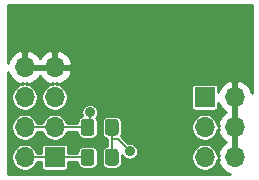
<source format=gbl>
G04 #@! TF.GenerationSoftware,KiCad,Pcbnew,(5.1.5)-3*
G04 #@! TF.CreationDate,2021-01-09T11:58:41-05:00*
G04 #@! TF.ProjectId,I2C-VFO3,4932432d-5646-44f3-932e-6b696361645f,rev?*
G04 #@! TF.SameCoordinates,Original*
G04 #@! TF.FileFunction,Copper,L2,Bot*
G04 #@! TF.FilePolarity,Positive*
%FSLAX46Y46*%
G04 Gerber Fmt 4.6, Leading zero omitted, Abs format (unit mm)*
G04 Created by KiCad (PCBNEW (5.1.5)-3) date 2021-01-09 11:58:41*
%MOMM*%
%LPD*%
G04 APERTURE LIST*
%ADD10R,1.700000X1.700000*%
%ADD11O,1.700000X1.700000*%
%ADD12C,0.150000*%
%ADD13C,0.889000*%
%ADD14C,0.203200*%
%ADD15C,0.254000*%
G04 APERTURE END LIST*
D10*
X20320000Y-27940000D03*
D11*
X17780000Y-27940000D03*
X20320000Y-25400000D03*
X17780000Y-25400000D03*
X20320000Y-22860000D03*
X17780000Y-22860000D03*
X20320000Y-20320000D03*
X17780000Y-20320000D03*
X35560000Y-27940000D03*
X33020000Y-27940000D03*
X35560000Y-25400000D03*
X33020000Y-25400000D03*
X35560000Y-22860000D03*
D10*
X33020000Y-22860000D03*
G04 #@! TA.AperFunction,SMDPad,CuDef*
D12*
G36*
X23454505Y-27241204D02*
G01*
X23478773Y-27244804D01*
X23502572Y-27250765D01*
X23525671Y-27259030D01*
X23547850Y-27269520D01*
X23568893Y-27282132D01*
X23588599Y-27296747D01*
X23606777Y-27313223D01*
X23623253Y-27331401D01*
X23637868Y-27351107D01*
X23650480Y-27372150D01*
X23660970Y-27394329D01*
X23669235Y-27417428D01*
X23675196Y-27441227D01*
X23678796Y-27465495D01*
X23680000Y-27489999D01*
X23680000Y-28390001D01*
X23678796Y-28414505D01*
X23675196Y-28438773D01*
X23669235Y-28462572D01*
X23660970Y-28485671D01*
X23650480Y-28507850D01*
X23637868Y-28528893D01*
X23623253Y-28548599D01*
X23606777Y-28566777D01*
X23588599Y-28583253D01*
X23568893Y-28597868D01*
X23547850Y-28610480D01*
X23525671Y-28620970D01*
X23502572Y-28629235D01*
X23478773Y-28635196D01*
X23454505Y-28638796D01*
X23430001Y-28640000D01*
X22779999Y-28640000D01*
X22755495Y-28638796D01*
X22731227Y-28635196D01*
X22707428Y-28629235D01*
X22684329Y-28620970D01*
X22662150Y-28610480D01*
X22641107Y-28597868D01*
X22621401Y-28583253D01*
X22603223Y-28566777D01*
X22586747Y-28548599D01*
X22572132Y-28528893D01*
X22559520Y-28507850D01*
X22549030Y-28485671D01*
X22540765Y-28462572D01*
X22534804Y-28438773D01*
X22531204Y-28414505D01*
X22530000Y-28390001D01*
X22530000Y-27489999D01*
X22531204Y-27465495D01*
X22534804Y-27441227D01*
X22540765Y-27417428D01*
X22549030Y-27394329D01*
X22559520Y-27372150D01*
X22572132Y-27351107D01*
X22586747Y-27331401D01*
X22603223Y-27313223D01*
X22621401Y-27296747D01*
X22641107Y-27282132D01*
X22662150Y-27269520D01*
X22684329Y-27259030D01*
X22707428Y-27250765D01*
X22731227Y-27244804D01*
X22755495Y-27241204D01*
X22779999Y-27240000D01*
X23430001Y-27240000D01*
X23454505Y-27241204D01*
G37*
G04 #@! TD.AperFunction*
G04 #@! TA.AperFunction,SMDPad,CuDef*
G36*
X25504505Y-27241204D02*
G01*
X25528773Y-27244804D01*
X25552572Y-27250765D01*
X25575671Y-27259030D01*
X25597850Y-27269520D01*
X25618893Y-27282132D01*
X25638599Y-27296747D01*
X25656777Y-27313223D01*
X25673253Y-27331401D01*
X25687868Y-27351107D01*
X25700480Y-27372150D01*
X25710970Y-27394329D01*
X25719235Y-27417428D01*
X25725196Y-27441227D01*
X25728796Y-27465495D01*
X25730000Y-27489999D01*
X25730000Y-28390001D01*
X25728796Y-28414505D01*
X25725196Y-28438773D01*
X25719235Y-28462572D01*
X25710970Y-28485671D01*
X25700480Y-28507850D01*
X25687868Y-28528893D01*
X25673253Y-28548599D01*
X25656777Y-28566777D01*
X25638599Y-28583253D01*
X25618893Y-28597868D01*
X25597850Y-28610480D01*
X25575671Y-28620970D01*
X25552572Y-28629235D01*
X25528773Y-28635196D01*
X25504505Y-28638796D01*
X25480001Y-28640000D01*
X24829999Y-28640000D01*
X24805495Y-28638796D01*
X24781227Y-28635196D01*
X24757428Y-28629235D01*
X24734329Y-28620970D01*
X24712150Y-28610480D01*
X24691107Y-28597868D01*
X24671401Y-28583253D01*
X24653223Y-28566777D01*
X24636747Y-28548599D01*
X24622132Y-28528893D01*
X24609520Y-28507850D01*
X24599030Y-28485671D01*
X24590765Y-28462572D01*
X24584804Y-28438773D01*
X24581204Y-28414505D01*
X24580000Y-28390001D01*
X24580000Y-27489999D01*
X24581204Y-27465495D01*
X24584804Y-27441227D01*
X24590765Y-27417428D01*
X24599030Y-27394329D01*
X24609520Y-27372150D01*
X24622132Y-27351107D01*
X24636747Y-27331401D01*
X24653223Y-27313223D01*
X24671401Y-27296747D01*
X24691107Y-27282132D01*
X24712150Y-27269520D01*
X24734329Y-27259030D01*
X24757428Y-27250765D01*
X24781227Y-27244804D01*
X24805495Y-27241204D01*
X24829999Y-27240000D01*
X25480001Y-27240000D01*
X25504505Y-27241204D01*
G37*
G04 #@! TD.AperFunction*
G04 #@! TA.AperFunction,SMDPad,CuDef*
G36*
X25504505Y-24701204D02*
G01*
X25528773Y-24704804D01*
X25552572Y-24710765D01*
X25575671Y-24719030D01*
X25597850Y-24729520D01*
X25618893Y-24742132D01*
X25638599Y-24756747D01*
X25656777Y-24773223D01*
X25673253Y-24791401D01*
X25687868Y-24811107D01*
X25700480Y-24832150D01*
X25710970Y-24854329D01*
X25719235Y-24877428D01*
X25725196Y-24901227D01*
X25728796Y-24925495D01*
X25730000Y-24949999D01*
X25730000Y-25850001D01*
X25728796Y-25874505D01*
X25725196Y-25898773D01*
X25719235Y-25922572D01*
X25710970Y-25945671D01*
X25700480Y-25967850D01*
X25687868Y-25988893D01*
X25673253Y-26008599D01*
X25656777Y-26026777D01*
X25638599Y-26043253D01*
X25618893Y-26057868D01*
X25597850Y-26070480D01*
X25575671Y-26080970D01*
X25552572Y-26089235D01*
X25528773Y-26095196D01*
X25504505Y-26098796D01*
X25480001Y-26100000D01*
X24829999Y-26100000D01*
X24805495Y-26098796D01*
X24781227Y-26095196D01*
X24757428Y-26089235D01*
X24734329Y-26080970D01*
X24712150Y-26070480D01*
X24691107Y-26057868D01*
X24671401Y-26043253D01*
X24653223Y-26026777D01*
X24636747Y-26008599D01*
X24622132Y-25988893D01*
X24609520Y-25967850D01*
X24599030Y-25945671D01*
X24590765Y-25922572D01*
X24584804Y-25898773D01*
X24581204Y-25874505D01*
X24580000Y-25850001D01*
X24580000Y-24949999D01*
X24581204Y-24925495D01*
X24584804Y-24901227D01*
X24590765Y-24877428D01*
X24599030Y-24854329D01*
X24609520Y-24832150D01*
X24622132Y-24811107D01*
X24636747Y-24791401D01*
X24653223Y-24773223D01*
X24671401Y-24756747D01*
X24691107Y-24742132D01*
X24712150Y-24729520D01*
X24734329Y-24719030D01*
X24757428Y-24710765D01*
X24781227Y-24704804D01*
X24805495Y-24701204D01*
X24829999Y-24700000D01*
X25480001Y-24700000D01*
X25504505Y-24701204D01*
G37*
G04 #@! TD.AperFunction*
G04 #@! TA.AperFunction,SMDPad,CuDef*
G36*
X23454505Y-24701204D02*
G01*
X23478773Y-24704804D01*
X23502572Y-24710765D01*
X23525671Y-24719030D01*
X23547850Y-24729520D01*
X23568893Y-24742132D01*
X23588599Y-24756747D01*
X23606777Y-24773223D01*
X23623253Y-24791401D01*
X23637868Y-24811107D01*
X23650480Y-24832150D01*
X23660970Y-24854329D01*
X23669235Y-24877428D01*
X23675196Y-24901227D01*
X23678796Y-24925495D01*
X23680000Y-24949999D01*
X23680000Y-25850001D01*
X23678796Y-25874505D01*
X23675196Y-25898773D01*
X23669235Y-25922572D01*
X23660970Y-25945671D01*
X23650480Y-25967850D01*
X23637868Y-25988893D01*
X23623253Y-26008599D01*
X23606777Y-26026777D01*
X23588599Y-26043253D01*
X23568893Y-26057868D01*
X23547850Y-26070480D01*
X23525671Y-26080970D01*
X23502572Y-26089235D01*
X23478773Y-26095196D01*
X23454505Y-26098796D01*
X23430001Y-26100000D01*
X22779999Y-26100000D01*
X22755495Y-26098796D01*
X22731227Y-26095196D01*
X22707428Y-26089235D01*
X22684329Y-26080970D01*
X22662150Y-26070480D01*
X22641107Y-26057868D01*
X22621401Y-26043253D01*
X22603223Y-26026777D01*
X22586747Y-26008599D01*
X22572132Y-25988893D01*
X22559520Y-25967850D01*
X22549030Y-25945671D01*
X22540765Y-25922572D01*
X22534804Y-25898773D01*
X22531204Y-25874505D01*
X22530000Y-25850001D01*
X22530000Y-24949999D01*
X22531204Y-24925495D01*
X22534804Y-24901227D01*
X22540765Y-24877428D01*
X22549030Y-24854329D01*
X22559520Y-24832150D01*
X22572132Y-24811107D01*
X22586747Y-24791401D01*
X22603223Y-24773223D01*
X22621401Y-24756747D01*
X22641107Y-24742132D01*
X22662150Y-24729520D01*
X22684329Y-24719030D01*
X22707428Y-24710765D01*
X22731227Y-24704804D01*
X22755495Y-24701204D01*
X22779999Y-24700000D01*
X23430001Y-24700000D01*
X23454505Y-24701204D01*
G37*
G04 #@! TD.AperFunction*
D13*
X23304500Y-24130000D03*
X27686000Y-27178000D03*
X30480000Y-23114000D03*
X32258000Y-16510000D03*
X26670000Y-27432000D03*
D14*
X17780000Y-25400000D02*
X20320000Y-25400000D01*
X20320000Y-25400000D02*
X23105000Y-25400000D01*
X23304500Y-25200500D02*
X23105000Y-25400000D01*
X23304500Y-24130000D02*
X23304500Y-25200500D01*
X17780000Y-27940000D02*
X20320000Y-27940000D01*
X20320000Y-27940000D02*
X23105000Y-27940000D01*
X25155000Y-27940000D02*
X25155000Y-27240000D01*
X25155000Y-26425000D02*
X25663000Y-26425000D01*
X25663000Y-26425000D02*
X26670000Y-27432000D01*
X25155000Y-26425000D02*
X25155000Y-25400000D01*
X25155000Y-27240000D02*
X25155000Y-26425000D01*
D15*
G36*
X36995100Y-22482091D02*
G01*
X36956825Y-22355901D01*
X36831641Y-22093080D01*
X36657588Y-21859731D01*
X36441355Y-21664822D01*
X36191252Y-21515843D01*
X35916891Y-21418519D01*
X35687000Y-21539186D01*
X35687000Y-22733000D01*
X35707000Y-22733000D01*
X35707000Y-22987000D01*
X35687000Y-22987000D01*
X35687000Y-25273000D01*
X35707000Y-25273000D01*
X35707000Y-25527000D01*
X35687000Y-25527000D01*
X35687000Y-27813000D01*
X35707000Y-27813000D01*
X35707000Y-28067000D01*
X35687000Y-28067000D01*
X35687000Y-28087000D01*
X35433000Y-28087000D01*
X35433000Y-28067000D01*
X35413000Y-28067000D01*
X35413000Y-27813000D01*
X35433000Y-27813000D01*
X35433000Y-25527000D01*
X35413000Y-25527000D01*
X35413000Y-25273000D01*
X35433000Y-25273000D01*
X35433000Y-22987000D01*
X35413000Y-22987000D01*
X35413000Y-22733000D01*
X35433000Y-22733000D01*
X35433000Y-21539186D01*
X35203109Y-21418519D01*
X34928748Y-21515843D01*
X34678645Y-21664822D01*
X34462412Y-21859731D01*
X34288359Y-22093080D01*
X34163175Y-22355901D01*
X34150751Y-22396861D01*
X34150751Y-22010000D01*
X34145356Y-21955228D01*
X34129380Y-21902561D01*
X34103436Y-21854023D01*
X34068521Y-21811479D01*
X34025977Y-21776564D01*
X33977439Y-21750620D01*
X33924772Y-21734644D01*
X33870000Y-21729249D01*
X32170000Y-21729249D01*
X32115228Y-21734644D01*
X32062561Y-21750620D01*
X32014023Y-21776564D01*
X31971479Y-21811479D01*
X31936564Y-21854023D01*
X31910620Y-21902561D01*
X31894644Y-21955228D01*
X31889249Y-22010000D01*
X31889249Y-23710000D01*
X31894644Y-23764772D01*
X31910620Y-23817439D01*
X31936564Y-23865977D01*
X31971479Y-23908521D01*
X32014023Y-23943436D01*
X32062561Y-23969380D01*
X32115228Y-23985356D01*
X32170000Y-23990751D01*
X33870000Y-23990751D01*
X33924772Y-23985356D01*
X33977439Y-23969380D01*
X34025977Y-23943436D01*
X34068521Y-23908521D01*
X34103436Y-23865977D01*
X34129380Y-23817439D01*
X34145356Y-23764772D01*
X34150751Y-23710000D01*
X34150751Y-23323139D01*
X34163175Y-23364099D01*
X34288359Y-23626920D01*
X34462412Y-23860269D01*
X34678645Y-24055178D01*
X34804255Y-24130000D01*
X34678645Y-24204822D01*
X34462412Y-24399731D01*
X34288359Y-24633080D01*
X34163175Y-24895901D01*
X34118524Y-25043110D01*
X34239844Y-25272998D01*
X34146264Y-25272998D01*
X34105998Y-25070566D01*
X34020862Y-24865028D01*
X33897263Y-24680049D01*
X33739951Y-24522737D01*
X33554972Y-24399138D01*
X33349434Y-24314002D01*
X33131236Y-24270600D01*
X32908764Y-24270600D01*
X32690566Y-24314002D01*
X32485028Y-24399138D01*
X32300049Y-24522737D01*
X32142737Y-24680049D01*
X32019138Y-24865028D01*
X31934002Y-25070566D01*
X31890600Y-25288764D01*
X31890600Y-25511236D01*
X31934002Y-25729434D01*
X32019138Y-25934972D01*
X32142737Y-26119951D01*
X32300049Y-26277263D01*
X32485028Y-26400862D01*
X32690566Y-26485998D01*
X32908764Y-26529400D01*
X33131236Y-26529400D01*
X33349434Y-26485998D01*
X33554972Y-26400862D01*
X33739951Y-26277263D01*
X33897263Y-26119951D01*
X34020862Y-25934972D01*
X34105998Y-25729434D01*
X34146264Y-25527002D01*
X34239844Y-25527002D01*
X34118524Y-25756890D01*
X34163175Y-25904099D01*
X34288359Y-26166920D01*
X34462412Y-26400269D01*
X34678645Y-26595178D01*
X34804255Y-26670000D01*
X34678645Y-26744822D01*
X34462412Y-26939731D01*
X34288359Y-27173080D01*
X34163175Y-27435901D01*
X34118524Y-27583110D01*
X34239844Y-27812998D01*
X34146264Y-27812998D01*
X34105998Y-27610566D01*
X34020862Y-27405028D01*
X33897263Y-27220049D01*
X33739951Y-27062737D01*
X33554972Y-26939138D01*
X33349434Y-26854002D01*
X33131236Y-26810600D01*
X32908764Y-26810600D01*
X32690566Y-26854002D01*
X32485028Y-26939138D01*
X32300049Y-27062737D01*
X32142737Y-27220049D01*
X32019138Y-27405028D01*
X31934002Y-27610566D01*
X31890600Y-27828764D01*
X31890600Y-28051236D01*
X31934002Y-28269434D01*
X32019138Y-28474972D01*
X32142737Y-28659951D01*
X32300049Y-28817263D01*
X32485028Y-28940862D01*
X32690566Y-29025998D01*
X32908764Y-29069400D01*
X33131236Y-29069400D01*
X33349434Y-29025998D01*
X33554972Y-28940862D01*
X33739951Y-28817263D01*
X33897263Y-28659951D01*
X34020862Y-28474972D01*
X34105998Y-28269434D01*
X34146264Y-28067002D01*
X34239844Y-28067002D01*
X34118524Y-28296890D01*
X34163175Y-28444099D01*
X34288359Y-28706920D01*
X34462412Y-28940269D01*
X34678645Y-29135178D01*
X34928748Y-29284157D01*
X35185121Y-29375100D01*
X16344900Y-29375100D01*
X16344900Y-27828764D01*
X16650600Y-27828764D01*
X16650600Y-28051236D01*
X16694002Y-28269434D01*
X16779138Y-28474972D01*
X16902737Y-28659951D01*
X17060049Y-28817263D01*
X17245028Y-28940862D01*
X17450566Y-29025998D01*
X17668764Y-29069400D01*
X17891236Y-29069400D01*
X18109434Y-29025998D01*
X18314972Y-28940862D01*
X18499951Y-28817263D01*
X18657263Y-28659951D01*
X18780862Y-28474972D01*
X18844639Y-28321000D01*
X19189249Y-28321000D01*
X19189249Y-28790000D01*
X19194644Y-28844772D01*
X19210620Y-28897439D01*
X19236564Y-28945977D01*
X19271479Y-28988521D01*
X19314023Y-29023436D01*
X19362561Y-29049380D01*
X19415228Y-29065356D01*
X19470000Y-29070751D01*
X21170000Y-29070751D01*
X21224772Y-29065356D01*
X21277439Y-29049380D01*
X21325977Y-29023436D01*
X21368521Y-28988521D01*
X21403436Y-28945977D01*
X21429380Y-28897439D01*
X21445356Y-28844772D01*
X21450751Y-28790000D01*
X21450751Y-28321000D01*
X22249249Y-28321000D01*
X22249249Y-28390001D01*
X22259447Y-28493545D01*
X22289650Y-28593110D01*
X22338697Y-28684870D01*
X22404702Y-28765298D01*
X22485130Y-28831303D01*
X22576890Y-28880350D01*
X22676455Y-28910553D01*
X22779999Y-28920751D01*
X23430001Y-28920751D01*
X23533545Y-28910553D01*
X23633110Y-28880350D01*
X23724870Y-28831303D01*
X23805298Y-28765298D01*
X23871303Y-28684870D01*
X23920350Y-28593110D01*
X23950553Y-28493545D01*
X23960751Y-28390001D01*
X23960751Y-27489999D01*
X23950553Y-27386455D01*
X23920350Y-27286890D01*
X23871303Y-27195130D01*
X23805298Y-27114702D01*
X23724870Y-27048697D01*
X23633110Y-26999650D01*
X23533545Y-26969447D01*
X23430001Y-26959249D01*
X22779999Y-26959249D01*
X22676455Y-26969447D01*
X22576890Y-26999650D01*
X22485130Y-27048697D01*
X22404702Y-27114702D01*
X22338697Y-27195130D01*
X22289650Y-27286890D01*
X22259447Y-27386455D01*
X22249249Y-27489999D01*
X22249249Y-27559000D01*
X21450751Y-27559000D01*
X21450751Y-27090000D01*
X21445356Y-27035228D01*
X21429380Y-26982561D01*
X21403436Y-26934023D01*
X21368521Y-26891479D01*
X21325977Y-26856564D01*
X21277439Y-26830620D01*
X21224772Y-26814644D01*
X21170000Y-26809249D01*
X19470000Y-26809249D01*
X19415228Y-26814644D01*
X19362561Y-26830620D01*
X19314023Y-26856564D01*
X19271479Y-26891479D01*
X19236564Y-26934023D01*
X19210620Y-26982561D01*
X19194644Y-27035228D01*
X19189249Y-27090000D01*
X19189249Y-27559000D01*
X18844639Y-27559000D01*
X18780862Y-27405028D01*
X18657263Y-27220049D01*
X18499951Y-27062737D01*
X18314972Y-26939138D01*
X18109434Y-26854002D01*
X17891236Y-26810600D01*
X17668764Y-26810600D01*
X17450566Y-26854002D01*
X17245028Y-26939138D01*
X17060049Y-27062737D01*
X16902737Y-27220049D01*
X16779138Y-27405028D01*
X16694002Y-27610566D01*
X16650600Y-27828764D01*
X16344900Y-27828764D01*
X16344900Y-25288764D01*
X16650600Y-25288764D01*
X16650600Y-25511236D01*
X16694002Y-25729434D01*
X16779138Y-25934972D01*
X16902737Y-26119951D01*
X17060049Y-26277263D01*
X17245028Y-26400862D01*
X17450566Y-26485998D01*
X17668764Y-26529400D01*
X17891236Y-26529400D01*
X18109434Y-26485998D01*
X18314972Y-26400862D01*
X18499951Y-26277263D01*
X18657263Y-26119951D01*
X18780862Y-25934972D01*
X18844639Y-25781000D01*
X19255361Y-25781000D01*
X19319138Y-25934972D01*
X19442737Y-26119951D01*
X19600049Y-26277263D01*
X19785028Y-26400862D01*
X19990566Y-26485998D01*
X20208764Y-26529400D01*
X20431236Y-26529400D01*
X20649434Y-26485998D01*
X20854972Y-26400862D01*
X21039951Y-26277263D01*
X21197263Y-26119951D01*
X21320862Y-25934972D01*
X21384639Y-25781000D01*
X22249249Y-25781000D01*
X22249249Y-25850001D01*
X22259447Y-25953545D01*
X22289650Y-26053110D01*
X22338697Y-26144870D01*
X22404702Y-26225298D01*
X22485130Y-26291303D01*
X22576890Y-26340350D01*
X22676455Y-26370553D01*
X22779999Y-26380751D01*
X23430001Y-26380751D01*
X23533545Y-26370553D01*
X23633110Y-26340350D01*
X23724870Y-26291303D01*
X23805298Y-26225298D01*
X23871303Y-26144870D01*
X23920350Y-26053110D01*
X23950553Y-25953545D01*
X23960751Y-25850001D01*
X23960751Y-24949999D01*
X24299249Y-24949999D01*
X24299249Y-25850001D01*
X24309447Y-25953545D01*
X24339650Y-26053110D01*
X24388697Y-26144870D01*
X24454702Y-26225298D01*
X24535130Y-26291303D01*
X24626890Y-26340350D01*
X24726455Y-26370553D01*
X24774000Y-26375236D01*
X24774000Y-26406287D01*
X24772157Y-26425000D01*
X24774001Y-26443723D01*
X24774000Y-26964764D01*
X24726455Y-26969447D01*
X24626890Y-26999650D01*
X24535130Y-27048697D01*
X24454702Y-27114702D01*
X24388697Y-27195130D01*
X24339650Y-27286890D01*
X24309447Y-27386455D01*
X24299249Y-27489999D01*
X24299249Y-28390001D01*
X24309447Y-28493545D01*
X24339650Y-28593110D01*
X24388697Y-28684870D01*
X24454702Y-28765298D01*
X24535130Y-28831303D01*
X24626890Y-28880350D01*
X24726455Y-28910553D01*
X24829999Y-28920751D01*
X25480001Y-28920751D01*
X25583545Y-28910553D01*
X25683110Y-28880350D01*
X25774870Y-28831303D01*
X25855298Y-28765298D01*
X25921303Y-28684870D01*
X25970350Y-28593110D01*
X26000553Y-28493545D01*
X26010751Y-28390001D01*
X26010751Y-27732074D01*
X26028488Y-27774895D01*
X26107710Y-27893460D01*
X26208540Y-27994290D01*
X26327105Y-28073512D01*
X26458846Y-28128081D01*
X26598702Y-28155900D01*
X26741298Y-28155900D01*
X26881154Y-28128081D01*
X27012895Y-28073512D01*
X27131460Y-27994290D01*
X27232290Y-27893460D01*
X27311512Y-27774895D01*
X27366081Y-27643154D01*
X27393900Y-27503298D01*
X27393900Y-27360702D01*
X27366081Y-27220846D01*
X27311512Y-27089105D01*
X27232290Y-26970540D01*
X27131460Y-26869710D01*
X27012895Y-26790488D01*
X26881154Y-26735919D01*
X26741298Y-26708100D01*
X26598702Y-26708100D01*
X26503793Y-26726979D01*
X25945646Y-26168832D01*
X25933711Y-26154289D01*
X25921587Y-26144339D01*
X25970350Y-26053110D01*
X26000553Y-25953545D01*
X26010751Y-25850001D01*
X26010751Y-24949999D01*
X26000553Y-24846455D01*
X25970350Y-24746890D01*
X25921303Y-24655130D01*
X25855298Y-24574702D01*
X25774870Y-24508697D01*
X25683110Y-24459650D01*
X25583545Y-24429447D01*
X25480001Y-24419249D01*
X24829999Y-24419249D01*
X24726455Y-24429447D01*
X24626890Y-24459650D01*
X24535130Y-24508697D01*
X24454702Y-24574702D01*
X24388697Y-24655130D01*
X24339650Y-24746890D01*
X24309447Y-24846455D01*
X24299249Y-24949999D01*
X23960751Y-24949999D01*
X23950553Y-24846455D01*
X23920350Y-24746890D01*
X23871303Y-24655130D01*
X23840569Y-24617681D01*
X23866790Y-24591460D01*
X23946012Y-24472895D01*
X24000581Y-24341154D01*
X24028400Y-24201298D01*
X24028400Y-24058702D01*
X24000581Y-23918846D01*
X23946012Y-23787105D01*
X23866790Y-23668540D01*
X23765960Y-23567710D01*
X23647395Y-23488488D01*
X23515654Y-23433919D01*
X23375798Y-23406100D01*
X23233202Y-23406100D01*
X23093346Y-23433919D01*
X22961605Y-23488488D01*
X22843040Y-23567710D01*
X22742210Y-23668540D01*
X22662988Y-23787105D01*
X22608419Y-23918846D01*
X22580600Y-24058702D01*
X22580600Y-24201298D01*
X22608419Y-24341154D01*
X22648503Y-24437926D01*
X22576890Y-24459650D01*
X22485130Y-24508697D01*
X22404702Y-24574702D01*
X22338697Y-24655130D01*
X22289650Y-24746890D01*
X22259447Y-24846455D01*
X22249249Y-24949999D01*
X22249249Y-25019000D01*
X21384639Y-25019000D01*
X21320862Y-24865028D01*
X21197263Y-24680049D01*
X21039951Y-24522737D01*
X20854972Y-24399138D01*
X20649434Y-24314002D01*
X20431236Y-24270600D01*
X20208764Y-24270600D01*
X19990566Y-24314002D01*
X19785028Y-24399138D01*
X19600049Y-24522737D01*
X19442737Y-24680049D01*
X19319138Y-24865028D01*
X19255361Y-25019000D01*
X18844639Y-25019000D01*
X18780862Y-24865028D01*
X18657263Y-24680049D01*
X18499951Y-24522737D01*
X18314972Y-24399138D01*
X18109434Y-24314002D01*
X17891236Y-24270600D01*
X17668764Y-24270600D01*
X17450566Y-24314002D01*
X17245028Y-24399138D01*
X17060049Y-24522737D01*
X16902737Y-24680049D01*
X16779138Y-24865028D01*
X16694002Y-25070566D01*
X16650600Y-25288764D01*
X16344900Y-25288764D01*
X16344900Y-20697911D01*
X16383175Y-20824099D01*
X16508359Y-21086920D01*
X16682412Y-21320269D01*
X16898645Y-21515178D01*
X17148748Y-21664157D01*
X17423109Y-21761481D01*
X17652998Y-21640815D01*
X17652998Y-21733736D01*
X17450566Y-21774002D01*
X17245028Y-21859138D01*
X17060049Y-21982737D01*
X16902737Y-22140049D01*
X16779138Y-22325028D01*
X16694002Y-22530566D01*
X16650600Y-22748764D01*
X16650600Y-22971236D01*
X16694002Y-23189434D01*
X16779138Y-23394972D01*
X16902737Y-23579951D01*
X17060049Y-23737263D01*
X17245028Y-23860862D01*
X17450566Y-23945998D01*
X17668764Y-23989400D01*
X17891236Y-23989400D01*
X18109434Y-23945998D01*
X18314972Y-23860862D01*
X18499951Y-23737263D01*
X18657263Y-23579951D01*
X18780862Y-23394972D01*
X18865998Y-23189434D01*
X18909400Y-22971236D01*
X18909400Y-22748764D01*
X18865998Y-22530566D01*
X18780862Y-22325028D01*
X18657263Y-22140049D01*
X18499951Y-21982737D01*
X18314972Y-21859138D01*
X18109434Y-21774002D01*
X17907002Y-21733736D01*
X17907002Y-21640815D01*
X18136891Y-21761481D01*
X18411252Y-21664157D01*
X18661355Y-21515178D01*
X18877588Y-21320269D01*
X19050000Y-21089120D01*
X19222412Y-21320269D01*
X19438645Y-21515178D01*
X19688748Y-21664157D01*
X19963109Y-21761481D01*
X20192998Y-21640815D01*
X20192998Y-21733736D01*
X19990566Y-21774002D01*
X19785028Y-21859138D01*
X19600049Y-21982737D01*
X19442737Y-22140049D01*
X19319138Y-22325028D01*
X19234002Y-22530566D01*
X19190600Y-22748764D01*
X19190600Y-22971236D01*
X19234002Y-23189434D01*
X19319138Y-23394972D01*
X19442737Y-23579951D01*
X19600049Y-23737263D01*
X19785028Y-23860862D01*
X19990566Y-23945998D01*
X20208764Y-23989400D01*
X20431236Y-23989400D01*
X20649434Y-23945998D01*
X20854972Y-23860862D01*
X21039951Y-23737263D01*
X21197263Y-23579951D01*
X21320862Y-23394972D01*
X21405998Y-23189434D01*
X21449400Y-22971236D01*
X21449400Y-22748764D01*
X21405998Y-22530566D01*
X21320862Y-22325028D01*
X21197263Y-22140049D01*
X21039951Y-21982737D01*
X20854972Y-21859138D01*
X20649434Y-21774002D01*
X20447002Y-21733736D01*
X20447002Y-21640815D01*
X20676891Y-21761481D01*
X20951252Y-21664157D01*
X21201355Y-21515178D01*
X21417588Y-21320269D01*
X21591641Y-21086920D01*
X21716825Y-20824099D01*
X21761476Y-20676890D01*
X21640155Y-20447000D01*
X20447000Y-20447000D01*
X20447000Y-20467000D01*
X20193000Y-20467000D01*
X20193000Y-20447000D01*
X17907000Y-20447000D01*
X17907000Y-20467000D01*
X17653000Y-20467000D01*
X17653000Y-20447000D01*
X17633000Y-20447000D01*
X17633000Y-20193000D01*
X17653000Y-20193000D01*
X17653000Y-18999186D01*
X17907000Y-18999186D01*
X17907000Y-20193000D01*
X20193000Y-20193000D01*
X20193000Y-18999186D01*
X20447000Y-18999186D01*
X20447000Y-20193000D01*
X21640155Y-20193000D01*
X21761476Y-19963110D01*
X21716825Y-19815901D01*
X21591641Y-19553080D01*
X21417588Y-19319731D01*
X21201355Y-19124822D01*
X20951252Y-18975843D01*
X20676891Y-18878519D01*
X20447000Y-18999186D01*
X20193000Y-18999186D01*
X19963109Y-18878519D01*
X19688748Y-18975843D01*
X19438645Y-19124822D01*
X19222412Y-19319731D01*
X19050000Y-19550880D01*
X18877588Y-19319731D01*
X18661355Y-19124822D01*
X18411252Y-18975843D01*
X18136891Y-18878519D01*
X17907000Y-18999186D01*
X17653000Y-18999186D01*
X17423109Y-18878519D01*
X17148748Y-18975843D01*
X16898645Y-19124822D01*
X16682412Y-19319731D01*
X16508359Y-19553080D01*
X16383175Y-19815901D01*
X16344900Y-19942089D01*
X16344900Y-15074900D01*
X36995101Y-15074900D01*
X36995100Y-22482091D01*
G37*
X36995100Y-22482091D02*
X36956825Y-22355901D01*
X36831641Y-22093080D01*
X36657588Y-21859731D01*
X36441355Y-21664822D01*
X36191252Y-21515843D01*
X35916891Y-21418519D01*
X35687000Y-21539186D01*
X35687000Y-22733000D01*
X35707000Y-22733000D01*
X35707000Y-22987000D01*
X35687000Y-22987000D01*
X35687000Y-25273000D01*
X35707000Y-25273000D01*
X35707000Y-25527000D01*
X35687000Y-25527000D01*
X35687000Y-27813000D01*
X35707000Y-27813000D01*
X35707000Y-28067000D01*
X35687000Y-28067000D01*
X35687000Y-28087000D01*
X35433000Y-28087000D01*
X35433000Y-28067000D01*
X35413000Y-28067000D01*
X35413000Y-27813000D01*
X35433000Y-27813000D01*
X35433000Y-25527000D01*
X35413000Y-25527000D01*
X35413000Y-25273000D01*
X35433000Y-25273000D01*
X35433000Y-22987000D01*
X35413000Y-22987000D01*
X35413000Y-22733000D01*
X35433000Y-22733000D01*
X35433000Y-21539186D01*
X35203109Y-21418519D01*
X34928748Y-21515843D01*
X34678645Y-21664822D01*
X34462412Y-21859731D01*
X34288359Y-22093080D01*
X34163175Y-22355901D01*
X34150751Y-22396861D01*
X34150751Y-22010000D01*
X34145356Y-21955228D01*
X34129380Y-21902561D01*
X34103436Y-21854023D01*
X34068521Y-21811479D01*
X34025977Y-21776564D01*
X33977439Y-21750620D01*
X33924772Y-21734644D01*
X33870000Y-21729249D01*
X32170000Y-21729249D01*
X32115228Y-21734644D01*
X32062561Y-21750620D01*
X32014023Y-21776564D01*
X31971479Y-21811479D01*
X31936564Y-21854023D01*
X31910620Y-21902561D01*
X31894644Y-21955228D01*
X31889249Y-22010000D01*
X31889249Y-23710000D01*
X31894644Y-23764772D01*
X31910620Y-23817439D01*
X31936564Y-23865977D01*
X31971479Y-23908521D01*
X32014023Y-23943436D01*
X32062561Y-23969380D01*
X32115228Y-23985356D01*
X32170000Y-23990751D01*
X33870000Y-23990751D01*
X33924772Y-23985356D01*
X33977439Y-23969380D01*
X34025977Y-23943436D01*
X34068521Y-23908521D01*
X34103436Y-23865977D01*
X34129380Y-23817439D01*
X34145356Y-23764772D01*
X34150751Y-23710000D01*
X34150751Y-23323139D01*
X34163175Y-23364099D01*
X34288359Y-23626920D01*
X34462412Y-23860269D01*
X34678645Y-24055178D01*
X34804255Y-24130000D01*
X34678645Y-24204822D01*
X34462412Y-24399731D01*
X34288359Y-24633080D01*
X34163175Y-24895901D01*
X34118524Y-25043110D01*
X34239844Y-25272998D01*
X34146264Y-25272998D01*
X34105998Y-25070566D01*
X34020862Y-24865028D01*
X33897263Y-24680049D01*
X33739951Y-24522737D01*
X33554972Y-24399138D01*
X33349434Y-24314002D01*
X33131236Y-24270600D01*
X32908764Y-24270600D01*
X32690566Y-24314002D01*
X32485028Y-24399138D01*
X32300049Y-24522737D01*
X32142737Y-24680049D01*
X32019138Y-24865028D01*
X31934002Y-25070566D01*
X31890600Y-25288764D01*
X31890600Y-25511236D01*
X31934002Y-25729434D01*
X32019138Y-25934972D01*
X32142737Y-26119951D01*
X32300049Y-26277263D01*
X32485028Y-26400862D01*
X32690566Y-26485998D01*
X32908764Y-26529400D01*
X33131236Y-26529400D01*
X33349434Y-26485998D01*
X33554972Y-26400862D01*
X33739951Y-26277263D01*
X33897263Y-26119951D01*
X34020862Y-25934972D01*
X34105998Y-25729434D01*
X34146264Y-25527002D01*
X34239844Y-25527002D01*
X34118524Y-25756890D01*
X34163175Y-25904099D01*
X34288359Y-26166920D01*
X34462412Y-26400269D01*
X34678645Y-26595178D01*
X34804255Y-26670000D01*
X34678645Y-26744822D01*
X34462412Y-26939731D01*
X34288359Y-27173080D01*
X34163175Y-27435901D01*
X34118524Y-27583110D01*
X34239844Y-27812998D01*
X34146264Y-27812998D01*
X34105998Y-27610566D01*
X34020862Y-27405028D01*
X33897263Y-27220049D01*
X33739951Y-27062737D01*
X33554972Y-26939138D01*
X33349434Y-26854002D01*
X33131236Y-26810600D01*
X32908764Y-26810600D01*
X32690566Y-26854002D01*
X32485028Y-26939138D01*
X32300049Y-27062737D01*
X32142737Y-27220049D01*
X32019138Y-27405028D01*
X31934002Y-27610566D01*
X31890600Y-27828764D01*
X31890600Y-28051236D01*
X31934002Y-28269434D01*
X32019138Y-28474972D01*
X32142737Y-28659951D01*
X32300049Y-28817263D01*
X32485028Y-28940862D01*
X32690566Y-29025998D01*
X32908764Y-29069400D01*
X33131236Y-29069400D01*
X33349434Y-29025998D01*
X33554972Y-28940862D01*
X33739951Y-28817263D01*
X33897263Y-28659951D01*
X34020862Y-28474972D01*
X34105998Y-28269434D01*
X34146264Y-28067002D01*
X34239844Y-28067002D01*
X34118524Y-28296890D01*
X34163175Y-28444099D01*
X34288359Y-28706920D01*
X34462412Y-28940269D01*
X34678645Y-29135178D01*
X34928748Y-29284157D01*
X35185121Y-29375100D01*
X16344900Y-29375100D01*
X16344900Y-27828764D01*
X16650600Y-27828764D01*
X16650600Y-28051236D01*
X16694002Y-28269434D01*
X16779138Y-28474972D01*
X16902737Y-28659951D01*
X17060049Y-28817263D01*
X17245028Y-28940862D01*
X17450566Y-29025998D01*
X17668764Y-29069400D01*
X17891236Y-29069400D01*
X18109434Y-29025998D01*
X18314972Y-28940862D01*
X18499951Y-28817263D01*
X18657263Y-28659951D01*
X18780862Y-28474972D01*
X18844639Y-28321000D01*
X19189249Y-28321000D01*
X19189249Y-28790000D01*
X19194644Y-28844772D01*
X19210620Y-28897439D01*
X19236564Y-28945977D01*
X19271479Y-28988521D01*
X19314023Y-29023436D01*
X19362561Y-29049380D01*
X19415228Y-29065356D01*
X19470000Y-29070751D01*
X21170000Y-29070751D01*
X21224772Y-29065356D01*
X21277439Y-29049380D01*
X21325977Y-29023436D01*
X21368521Y-28988521D01*
X21403436Y-28945977D01*
X21429380Y-28897439D01*
X21445356Y-28844772D01*
X21450751Y-28790000D01*
X21450751Y-28321000D01*
X22249249Y-28321000D01*
X22249249Y-28390001D01*
X22259447Y-28493545D01*
X22289650Y-28593110D01*
X22338697Y-28684870D01*
X22404702Y-28765298D01*
X22485130Y-28831303D01*
X22576890Y-28880350D01*
X22676455Y-28910553D01*
X22779999Y-28920751D01*
X23430001Y-28920751D01*
X23533545Y-28910553D01*
X23633110Y-28880350D01*
X23724870Y-28831303D01*
X23805298Y-28765298D01*
X23871303Y-28684870D01*
X23920350Y-28593110D01*
X23950553Y-28493545D01*
X23960751Y-28390001D01*
X23960751Y-27489999D01*
X23950553Y-27386455D01*
X23920350Y-27286890D01*
X23871303Y-27195130D01*
X23805298Y-27114702D01*
X23724870Y-27048697D01*
X23633110Y-26999650D01*
X23533545Y-26969447D01*
X23430001Y-26959249D01*
X22779999Y-26959249D01*
X22676455Y-26969447D01*
X22576890Y-26999650D01*
X22485130Y-27048697D01*
X22404702Y-27114702D01*
X22338697Y-27195130D01*
X22289650Y-27286890D01*
X22259447Y-27386455D01*
X22249249Y-27489999D01*
X22249249Y-27559000D01*
X21450751Y-27559000D01*
X21450751Y-27090000D01*
X21445356Y-27035228D01*
X21429380Y-26982561D01*
X21403436Y-26934023D01*
X21368521Y-26891479D01*
X21325977Y-26856564D01*
X21277439Y-26830620D01*
X21224772Y-26814644D01*
X21170000Y-26809249D01*
X19470000Y-26809249D01*
X19415228Y-26814644D01*
X19362561Y-26830620D01*
X19314023Y-26856564D01*
X19271479Y-26891479D01*
X19236564Y-26934023D01*
X19210620Y-26982561D01*
X19194644Y-27035228D01*
X19189249Y-27090000D01*
X19189249Y-27559000D01*
X18844639Y-27559000D01*
X18780862Y-27405028D01*
X18657263Y-27220049D01*
X18499951Y-27062737D01*
X18314972Y-26939138D01*
X18109434Y-26854002D01*
X17891236Y-26810600D01*
X17668764Y-26810600D01*
X17450566Y-26854002D01*
X17245028Y-26939138D01*
X17060049Y-27062737D01*
X16902737Y-27220049D01*
X16779138Y-27405028D01*
X16694002Y-27610566D01*
X16650600Y-27828764D01*
X16344900Y-27828764D01*
X16344900Y-25288764D01*
X16650600Y-25288764D01*
X16650600Y-25511236D01*
X16694002Y-25729434D01*
X16779138Y-25934972D01*
X16902737Y-26119951D01*
X17060049Y-26277263D01*
X17245028Y-26400862D01*
X17450566Y-26485998D01*
X17668764Y-26529400D01*
X17891236Y-26529400D01*
X18109434Y-26485998D01*
X18314972Y-26400862D01*
X18499951Y-26277263D01*
X18657263Y-26119951D01*
X18780862Y-25934972D01*
X18844639Y-25781000D01*
X19255361Y-25781000D01*
X19319138Y-25934972D01*
X19442737Y-26119951D01*
X19600049Y-26277263D01*
X19785028Y-26400862D01*
X19990566Y-26485998D01*
X20208764Y-26529400D01*
X20431236Y-26529400D01*
X20649434Y-26485998D01*
X20854972Y-26400862D01*
X21039951Y-26277263D01*
X21197263Y-26119951D01*
X21320862Y-25934972D01*
X21384639Y-25781000D01*
X22249249Y-25781000D01*
X22249249Y-25850001D01*
X22259447Y-25953545D01*
X22289650Y-26053110D01*
X22338697Y-26144870D01*
X22404702Y-26225298D01*
X22485130Y-26291303D01*
X22576890Y-26340350D01*
X22676455Y-26370553D01*
X22779999Y-26380751D01*
X23430001Y-26380751D01*
X23533545Y-26370553D01*
X23633110Y-26340350D01*
X23724870Y-26291303D01*
X23805298Y-26225298D01*
X23871303Y-26144870D01*
X23920350Y-26053110D01*
X23950553Y-25953545D01*
X23960751Y-25850001D01*
X23960751Y-24949999D01*
X24299249Y-24949999D01*
X24299249Y-25850001D01*
X24309447Y-25953545D01*
X24339650Y-26053110D01*
X24388697Y-26144870D01*
X24454702Y-26225298D01*
X24535130Y-26291303D01*
X24626890Y-26340350D01*
X24726455Y-26370553D01*
X24774000Y-26375236D01*
X24774000Y-26406287D01*
X24772157Y-26425000D01*
X24774001Y-26443723D01*
X24774000Y-26964764D01*
X24726455Y-26969447D01*
X24626890Y-26999650D01*
X24535130Y-27048697D01*
X24454702Y-27114702D01*
X24388697Y-27195130D01*
X24339650Y-27286890D01*
X24309447Y-27386455D01*
X24299249Y-27489999D01*
X24299249Y-28390001D01*
X24309447Y-28493545D01*
X24339650Y-28593110D01*
X24388697Y-28684870D01*
X24454702Y-28765298D01*
X24535130Y-28831303D01*
X24626890Y-28880350D01*
X24726455Y-28910553D01*
X24829999Y-28920751D01*
X25480001Y-28920751D01*
X25583545Y-28910553D01*
X25683110Y-28880350D01*
X25774870Y-28831303D01*
X25855298Y-28765298D01*
X25921303Y-28684870D01*
X25970350Y-28593110D01*
X26000553Y-28493545D01*
X26010751Y-28390001D01*
X26010751Y-27732074D01*
X26028488Y-27774895D01*
X26107710Y-27893460D01*
X26208540Y-27994290D01*
X26327105Y-28073512D01*
X26458846Y-28128081D01*
X26598702Y-28155900D01*
X26741298Y-28155900D01*
X26881154Y-28128081D01*
X27012895Y-28073512D01*
X27131460Y-27994290D01*
X27232290Y-27893460D01*
X27311512Y-27774895D01*
X27366081Y-27643154D01*
X27393900Y-27503298D01*
X27393900Y-27360702D01*
X27366081Y-27220846D01*
X27311512Y-27089105D01*
X27232290Y-26970540D01*
X27131460Y-26869710D01*
X27012895Y-26790488D01*
X26881154Y-26735919D01*
X26741298Y-26708100D01*
X26598702Y-26708100D01*
X26503793Y-26726979D01*
X25945646Y-26168832D01*
X25933711Y-26154289D01*
X25921587Y-26144339D01*
X25970350Y-26053110D01*
X26000553Y-25953545D01*
X26010751Y-25850001D01*
X26010751Y-24949999D01*
X26000553Y-24846455D01*
X25970350Y-24746890D01*
X25921303Y-24655130D01*
X25855298Y-24574702D01*
X25774870Y-24508697D01*
X25683110Y-24459650D01*
X25583545Y-24429447D01*
X25480001Y-24419249D01*
X24829999Y-24419249D01*
X24726455Y-24429447D01*
X24626890Y-24459650D01*
X24535130Y-24508697D01*
X24454702Y-24574702D01*
X24388697Y-24655130D01*
X24339650Y-24746890D01*
X24309447Y-24846455D01*
X24299249Y-24949999D01*
X23960751Y-24949999D01*
X23950553Y-24846455D01*
X23920350Y-24746890D01*
X23871303Y-24655130D01*
X23840569Y-24617681D01*
X23866790Y-24591460D01*
X23946012Y-24472895D01*
X24000581Y-24341154D01*
X24028400Y-24201298D01*
X24028400Y-24058702D01*
X24000581Y-23918846D01*
X23946012Y-23787105D01*
X23866790Y-23668540D01*
X23765960Y-23567710D01*
X23647395Y-23488488D01*
X23515654Y-23433919D01*
X23375798Y-23406100D01*
X23233202Y-23406100D01*
X23093346Y-23433919D01*
X22961605Y-23488488D01*
X22843040Y-23567710D01*
X22742210Y-23668540D01*
X22662988Y-23787105D01*
X22608419Y-23918846D01*
X22580600Y-24058702D01*
X22580600Y-24201298D01*
X22608419Y-24341154D01*
X22648503Y-24437926D01*
X22576890Y-24459650D01*
X22485130Y-24508697D01*
X22404702Y-24574702D01*
X22338697Y-24655130D01*
X22289650Y-24746890D01*
X22259447Y-24846455D01*
X22249249Y-24949999D01*
X22249249Y-25019000D01*
X21384639Y-25019000D01*
X21320862Y-24865028D01*
X21197263Y-24680049D01*
X21039951Y-24522737D01*
X20854972Y-24399138D01*
X20649434Y-24314002D01*
X20431236Y-24270600D01*
X20208764Y-24270600D01*
X19990566Y-24314002D01*
X19785028Y-24399138D01*
X19600049Y-24522737D01*
X19442737Y-24680049D01*
X19319138Y-24865028D01*
X19255361Y-25019000D01*
X18844639Y-25019000D01*
X18780862Y-24865028D01*
X18657263Y-24680049D01*
X18499951Y-24522737D01*
X18314972Y-24399138D01*
X18109434Y-24314002D01*
X17891236Y-24270600D01*
X17668764Y-24270600D01*
X17450566Y-24314002D01*
X17245028Y-24399138D01*
X17060049Y-24522737D01*
X16902737Y-24680049D01*
X16779138Y-24865028D01*
X16694002Y-25070566D01*
X16650600Y-25288764D01*
X16344900Y-25288764D01*
X16344900Y-20697911D01*
X16383175Y-20824099D01*
X16508359Y-21086920D01*
X16682412Y-21320269D01*
X16898645Y-21515178D01*
X17148748Y-21664157D01*
X17423109Y-21761481D01*
X17652998Y-21640815D01*
X17652998Y-21733736D01*
X17450566Y-21774002D01*
X17245028Y-21859138D01*
X17060049Y-21982737D01*
X16902737Y-22140049D01*
X16779138Y-22325028D01*
X16694002Y-22530566D01*
X16650600Y-22748764D01*
X16650600Y-22971236D01*
X16694002Y-23189434D01*
X16779138Y-23394972D01*
X16902737Y-23579951D01*
X17060049Y-23737263D01*
X17245028Y-23860862D01*
X17450566Y-23945998D01*
X17668764Y-23989400D01*
X17891236Y-23989400D01*
X18109434Y-23945998D01*
X18314972Y-23860862D01*
X18499951Y-23737263D01*
X18657263Y-23579951D01*
X18780862Y-23394972D01*
X18865998Y-23189434D01*
X18909400Y-22971236D01*
X18909400Y-22748764D01*
X18865998Y-22530566D01*
X18780862Y-22325028D01*
X18657263Y-22140049D01*
X18499951Y-21982737D01*
X18314972Y-21859138D01*
X18109434Y-21774002D01*
X17907002Y-21733736D01*
X17907002Y-21640815D01*
X18136891Y-21761481D01*
X18411252Y-21664157D01*
X18661355Y-21515178D01*
X18877588Y-21320269D01*
X19050000Y-21089120D01*
X19222412Y-21320269D01*
X19438645Y-21515178D01*
X19688748Y-21664157D01*
X19963109Y-21761481D01*
X20192998Y-21640815D01*
X20192998Y-21733736D01*
X19990566Y-21774002D01*
X19785028Y-21859138D01*
X19600049Y-21982737D01*
X19442737Y-22140049D01*
X19319138Y-22325028D01*
X19234002Y-22530566D01*
X19190600Y-22748764D01*
X19190600Y-22971236D01*
X19234002Y-23189434D01*
X19319138Y-23394972D01*
X19442737Y-23579951D01*
X19600049Y-23737263D01*
X19785028Y-23860862D01*
X19990566Y-23945998D01*
X20208764Y-23989400D01*
X20431236Y-23989400D01*
X20649434Y-23945998D01*
X20854972Y-23860862D01*
X21039951Y-23737263D01*
X21197263Y-23579951D01*
X21320862Y-23394972D01*
X21405998Y-23189434D01*
X21449400Y-22971236D01*
X21449400Y-22748764D01*
X21405998Y-22530566D01*
X21320862Y-22325028D01*
X21197263Y-22140049D01*
X21039951Y-21982737D01*
X20854972Y-21859138D01*
X20649434Y-21774002D01*
X20447002Y-21733736D01*
X20447002Y-21640815D01*
X20676891Y-21761481D01*
X20951252Y-21664157D01*
X21201355Y-21515178D01*
X21417588Y-21320269D01*
X21591641Y-21086920D01*
X21716825Y-20824099D01*
X21761476Y-20676890D01*
X21640155Y-20447000D01*
X20447000Y-20447000D01*
X20447000Y-20467000D01*
X20193000Y-20467000D01*
X20193000Y-20447000D01*
X17907000Y-20447000D01*
X17907000Y-20467000D01*
X17653000Y-20467000D01*
X17653000Y-20447000D01*
X17633000Y-20447000D01*
X17633000Y-20193000D01*
X17653000Y-20193000D01*
X17653000Y-18999186D01*
X17907000Y-18999186D01*
X17907000Y-20193000D01*
X20193000Y-20193000D01*
X20193000Y-18999186D01*
X20447000Y-18999186D01*
X20447000Y-20193000D01*
X21640155Y-20193000D01*
X21761476Y-19963110D01*
X21716825Y-19815901D01*
X21591641Y-19553080D01*
X21417588Y-19319731D01*
X21201355Y-19124822D01*
X20951252Y-18975843D01*
X20676891Y-18878519D01*
X20447000Y-18999186D01*
X20193000Y-18999186D01*
X19963109Y-18878519D01*
X19688748Y-18975843D01*
X19438645Y-19124822D01*
X19222412Y-19319731D01*
X19050000Y-19550880D01*
X18877588Y-19319731D01*
X18661355Y-19124822D01*
X18411252Y-18975843D01*
X18136891Y-18878519D01*
X17907000Y-18999186D01*
X17653000Y-18999186D01*
X17423109Y-18878519D01*
X17148748Y-18975843D01*
X16898645Y-19124822D01*
X16682412Y-19319731D01*
X16508359Y-19553080D01*
X16383175Y-19815901D01*
X16344900Y-19942089D01*
X16344900Y-15074900D01*
X36995101Y-15074900D01*
X36995100Y-22482091D01*
M02*

</source>
